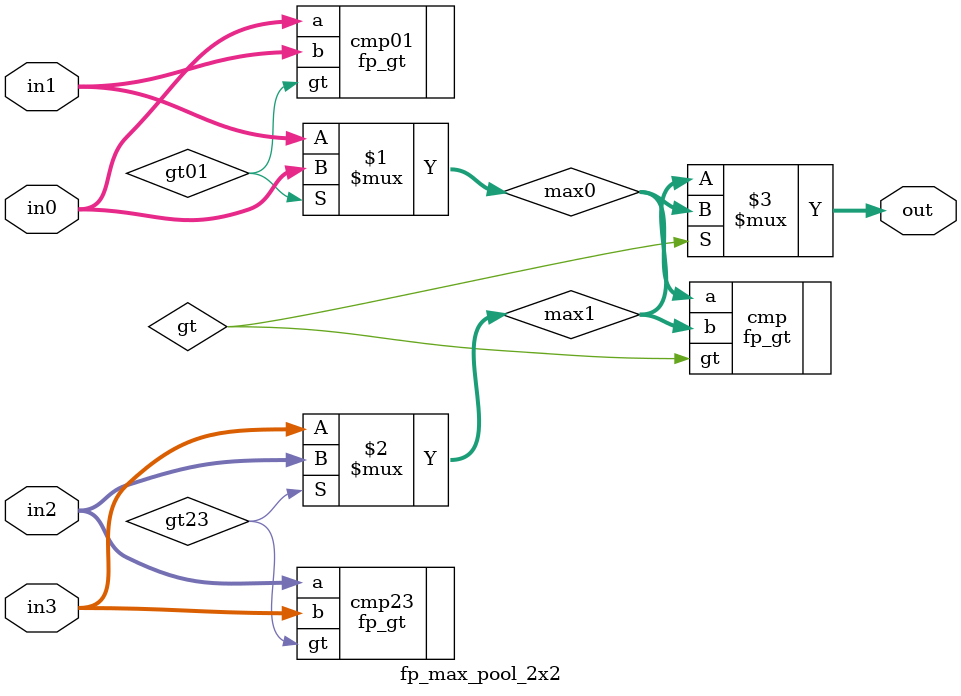
<source format=v>
`timescale 1ns/1ps

module fp_max_pool_2x2 (
    input  wire [31:0] in0, in1, in2, in3,  // IEEE-754 single-precision floats
    output wire [31:0] out
);
    wire [31:0] max0, max1;

    wire gt01, gt23, gt;

    fp_gt cmp01 (.a(in0), .b(in1), .gt(gt01));
    assign max0 = gt01 ? in0 : in1;

    fp_gt cmp23 (.a(in2), .b(in3), .gt(gt23));
    assign max1 = gt23 ? in2 : in3;

    fp_gt cmp   (.a(max0), .b(max1), .gt(gt));
    assign out = gt ? max0 : max1;
endmodule
</source>
